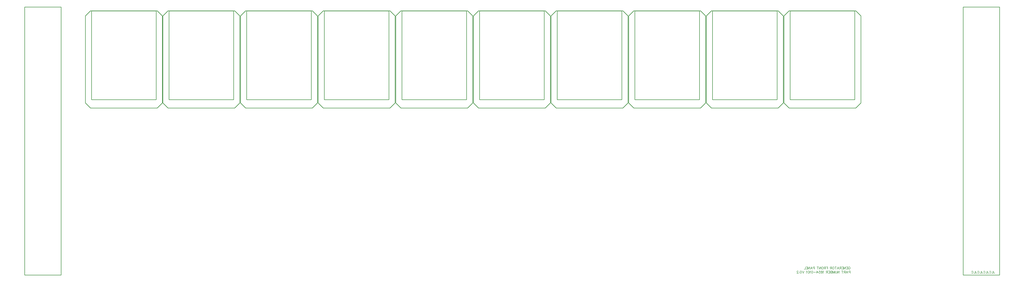
<source format=gbo>
G04 Layer: BottomSilkscreenLayer*
G04 EasyEDA v6.5.34, 2023-08-21 18:11:39*
G04 7820172c1e5c4a8f996b360b20b43df3,5a6b42c53f6a479593ecc07194224c93,10*
G04 Gerber Generator version 0.2*
G04 Scale: 100 percent, Rotated: No, Reflected: No *
G04 Dimensions in millimeters *
G04 leading zeros omitted , absolute positions ,4 integer and 5 decimal *
%FSLAX45Y45*%
%MOMM*%

%ADD10C,0.2032*%
%ADD11C,0.1520*%
%ADD12C,0.2540*%

%LPD*%
D10*
X40872308Y197289D02*
G01*
X40872308Y82745D01*
X40872308Y197289D02*
G01*
X40823217Y197289D01*
X40806855Y191836D01*
X40801399Y186382D01*
X40795945Y175473D01*
X40795945Y159108D01*
X40801399Y148199D01*
X40806855Y142745D01*
X40823217Y137289D01*
X40872308Y137289D01*
X40716308Y197289D02*
G01*
X40759943Y82745D01*
X40716308Y197289D02*
G01*
X40672672Y82745D01*
X40743581Y120926D02*
G01*
X40689037Y120926D01*
X40636672Y197289D02*
G01*
X40636672Y82745D01*
X40636672Y197289D02*
G01*
X40587582Y197289D01*
X40571219Y191836D01*
X40565763Y186382D01*
X40560309Y175473D01*
X40560309Y164564D01*
X40565763Y153654D01*
X40571219Y148199D01*
X40587582Y142745D01*
X40636672Y142745D01*
X40598491Y142745D02*
G01*
X40560309Y82745D01*
X40486126Y197289D02*
G01*
X40486126Y82745D01*
X40524309Y197289D02*
G01*
X40447945Y197289D01*
X40327945Y197289D02*
G01*
X40327945Y82745D01*
X40327945Y197289D02*
G01*
X40251583Y82745D01*
X40251583Y197289D02*
G01*
X40251583Y82745D01*
X40215581Y197289D02*
G01*
X40215581Y115473D01*
X40210127Y99108D01*
X40199218Y88199D01*
X40182855Y82745D01*
X40171946Y82745D01*
X40155581Y88199D01*
X40144674Y99108D01*
X40139218Y115473D01*
X40139218Y197289D01*
X40103219Y197289D02*
G01*
X40103219Y82745D01*
X40103219Y197289D02*
G01*
X40059582Y82745D01*
X40015947Y197289D02*
G01*
X40059582Y82745D01*
X40015947Y197289D02*
G01*
X40015947Y82745D01*
X39979945Y197289D02*
G01*
X39979945Y82745D01*
X39979945Y197289D02*
G01*
X39930854Y197289D01*
X39914492Y191836D01*
X39909038Y186382D01*
X39903582Y175473D01*
X39903582Y164564D01*
X39909038Y153654D01*
X39914492Y148199D01*
X39930854Y142745D01*
X39979945Y142745D02*
G01*
X39930854Y142745D01*
X39914492Y137289D01*
X39909038Y131836D01*
X39903582Y120926D01*
X39903582Y104564D01*
X39909038Y93654D01*
X39914492Y88199D01*
X39930854Y82745D01*
X39979945Y82745D01*
X39867583Y197289D02*
G01*
X39867583Y82745D01*
X39867583Y197289D02*
G01*
X39796674Y197289D01*
X39867583Y142745D02*
G01*
X39823946Y142745D01*
X39867583Y82745D02*
G01*
X39796674Y82745D01*
X39760674Y197289D02*
G01*
X39760674Y82745D01*
X39760674Y197289D02*
G01*
X39711584Y197289D01*
X39695219Y191836D01*
X39689765Y186382D01*
X39684309Y175473D01*
X39684309Y164564D01*
X39689765Y153654D01*
X39695219Y148199D01*
X39711584Y142745D01*
X39760674Y142745D01*
X39722493Y142745D02*
G01*
X39684309Y82745D01*
X39564309Y175473D02*
G01*
X39553400Y180926D01*
X39537038Y197289D01*
X39537038Y82745D01*
X39473766Y197289D02*
G01*
X39490129Y191836D01*
X39495582Y180926D01*
X39495582Y170017D01*
X39490129Y159108D01*
X39479220Y153654D01*
X39457401Y148199D01*
X39441038Y142745D01*
X39430129Y131836D01*
X39424676Y120926D01*
X39424676Y104564D01*
X39430129Y93654D01*
X39435582Y88199D01*
X39451948Y82745D01*
X39473766Y82745D01*
X39490129Y88199D01*
X39495582Y93654D01*
X39501038Y104564D01*
X39501038Y120926D01*
X39495582Y131836D01*
X39484675Y142745D01*
X39468310Y148199D01*
X39446492Y153654D01*
X39435582Y159108D01*
X39430129Y170017D01*
X39430129Y180926D01*
X39435582Y191836D01*
X39451948Y197289D01*
X39473766Y197289D01*
X39323220Y197289D02*
G01*
X39377764Y197289D01*
X39383220Y148199D01*
X39377764Y153654D01*
X39361402Y159108D01*
X39345039Y159108D01*
X39328674Y153654D01*
X39317764Y142745D01*
X39312311Y126382D01*
X39312311Y115473D01*
X39317764Y99108D01*
X39328674Y88199D01*
X39345039Y82745D01*
X39361402Y82745D01*
X39377764Y88199D01*
X39383220Y93654D01*
X39388674Y104564D01*
X39221765Y197289D02*
G01*
X39276312Y120926D01*
X39194493Y120926D01*
X39221765Y197289D02*
G01*
X39221765Y82745D01*
X39158494Y131836D02*
G01*
X39060313Y131836D01*
X38991585Y197289D02*
G01*
X39007948Y191836D01*
X39018857Y175473D01*
X39024311Y148199D01*
X39024311Y131836D01*
X39018857Y104564D01*
X39007948Y88199D01*
X38991585Y82745D01*
X38980676Y82745D01*
X38964311Y88199D01*
X38953401Y104564D01*
X38947948Y131836D01*
X38947948Y148199D01*
X38953401Y175473D01*
X38964311Y191836D01*
X38980676Y197289D01*
X38991585Y197289D01*
X38911949Y175473D02*
G01*
X38901039Y180926D01*
X38884677Y197289D01*
X38884677Y82745D01*
X38815949Y197289D02*
G01*
X38832312Y191836D01*
X38843221Y175473D01*
X38848675Y148199D01*
X38848675Y131836D01*
X38843221Y104564D01*
X38832312Y88199D01*
X38815949Y82745D01*
X38805040Y82745D01*
X38788675Y88199D01*
X38777765Y104564D01*
X38772312Y131836D01*
X38772312Y148199D01*
X38777765Y175473D01*
X38788675Y191836D01*
X38805040Y197289D01*
X38815949Y197289D01*
X38736313Y175473D02*
G01*
X38725403Y180926D01*
X38709041Y197289D01*
X38709041Y82745D01*
X38589041Y197289D02*
G01*
X38545404Y82745D01*
X38501767Y197289D02*
G01*
X38545404Y82745D01*
X38433039Y197289D02*
G01*
X38449404Y191836D01*
X38460314Y175473D01*
X38465767Y148199D01*
X38465767Y131836D01*
X38460314Y104564D01*
X38449404Y88199D01*
X38433039Y82745D01*
X38422130Y82745D01*
X38405767Y88199D01*
X38394858Y104564D01*
X38389405Y131836D01*
X38389405Y148199D01*
X38394858Y175473D01*
X38405767Y191836D01*
X38422130Y197289D01*
X38433039Y197289D01*
X38347949Y110017D02*
G01*
X38353403Y104564D01*
X38347949Y99108D01*
X38342496Y104564D01*
X38347949Y110017D01*
X38301041Y170017D02*
G01*
X38301041Y175473D01*
X38295585Y186382D01*
X38290131Y191836D01*
X38279222Y197289D01*
X38257403Y197289D01*
X38246494Y191836D01*
X38241041Y186382D01*
X38235585Y175473D01*
X38235585Y164564D01*
X38241041Y153654D01*
X38251950Y137289D01*
X38306494Y82745D01*
X38230131Y82745D01*
X40790489Y373217D02*
G01*
X40795945Y384126D01*
X40806855Y395036D01*
X40817761Y400489D01*
X40839580Y400489D01*
X40850489Y395036D01*
X40861399Y384126D01*
X40866855Y373217D01*
X40872308Y356854D01*
X40872308Y329582D01*
X40866855Y313217D01*
X40861399Y302308D01*
X40850489Y291399D01*
X40839580Y285945D01*
X40817761Y285945D01*
X40806855Y291399D01*
X40795945Y302308D01*
X40790489Y313217D01*
X40790489Y329582D01*
X40817761Y329582D02*
G01*
X40790489Y329582D01*
X40754490Y400489D02*
G01*
X40754490Y285945D01*
X40754490Y400489D02*
G01*
X40683581Y400489D01*
X40754490Y345945D02*
G01*
X40710853Y345945D01*
X40754490Y285945D02*
G01*
X40683581Y285945D01*
X40647581Y400489D02*
G01*
X40647581Y285945D01*
X40647581Y400489D02*
G01*
X40571219Y285945D01*
X40571219Y400489D02*
G01*
X40571219Y285945D01*
X40535217Y400489D02*
G01*
X40535217Y285945D01*
X40535217Y400489D02*
G01*
X40464309Y400489D01*
X40535217Y345945D02*
G01*
X40491582Y345945D01*
X40535217Y285945D02*
G01*
X40464309Y285945D01*
X40428308Y400489D02*
G01*
X40428308Y285945D01*
X40428308Y400489D02*
G01*
X40379218Y400489D01*
X40362855Y395036D01*
X40357399Y389582D01*
X40351946Y378673D01*
X40351946Y367764D01*
X40357399Y356854D01*
X40362855Y351399D01*
X40379218Y345945D01*
X40428308Y345945D01*
X40390127Y345945D02*
G01*
X40351946Y285945D01*
X40272309Y400489D02*
G01*
X40315946Y285945D01*
X40272309Y400489D02*
G01*
X40228672Y285945D01*
X40299581Y324126D02*
G01*
X40245037Y324126D01*
X40154491Y400489D02*
G01*
X40154491Y285945D01*
X40192672Y400489D02*
G01*
X40116310Y400489D01*
X40047583Y400489D02*
G01*
X40058492Y395036D01*
X40069401Y384126D01*
X40074855Y373217D01*
X40080311Y356854D01*
X40080311Y329582D01*
X40074855Y313217D01*
X40069401Y302308D01*
X40058492Y291399D01*
X40047583Y285945D01*
X40025764Y285945D01*
X40014855Y291399D01*
X40003945Y302308D01*
X39998492Y313217D01*
X39993036Y329582D01*
X39993036Y356854D01*
X39998492Y373217D01*
X40003945Y384126D01*
X40014855Y395036D01*
X40025764Y400489D01*
X40047583Y400489D01*
X39957037Y400489D02*
G01*
X39957037Y285945D01*
X39957037Y400489D02*
G01*
X39907946Y400489D01*
X39891583Y395036D01*
X39886127Y389582D01*
X39880674Y378673D01*
X39880674Y367764D01*
X39886127Y356854D01*
X39891583Y351399D01*
X39907946Y345945D01*
X39957037Y345945D01*
X39918855Y345945D02*
G01*
X39880674Y285945D01*
X39760674Y400489D02*
G01*
X39760674Y285945D01*
X39760674Y400489D02*
G01*
X39689765Y400489D01*
X39760674Y345945D02*
G01*
X39717037Y345945D01*
X39653766Y400489D02*
G01*
X39653766Y285945D01*
X39653766Y400489D02*
G01*
X39604675Y400489D01*
X39588310Y395036D01*
X39582857Y389582D01*
X39577401Y378673D01*
X39577401Y367764D01*
X39582857Y356854D01*
X39588310Y351399D01*
X39604675Y345945D01*
X39653766Y345945D01*
X39615582Y345945D02*
G01*
X39577401Y285945D01*
X39508673Y400489D02*
G01*
X39519583Y395036D01*
X39530492Y384126D01*
X39535948Y373217D01*
X39541401Y356854D01*
X39541401Y329582D01*
X39535948Y313217D01*
X39530492Y302308D01*
X39519583Y291399D01*
X39508673Y285945D01*
X39486857Y285945D01*
X39475948Y291399D01*
X39465039Y302308D01*
X39459583Y313217D01*
X39454129Y329582D01*
X39454129Y356854D01*
X39459583Y373217D01*
X39465039Y384126D01*
X39475948Y395036D01*
X39486857Y400489D01*
X39508673Y400489D01*
X39418130Y400489D02*
G01*
X39418130Y285945D01*
X39418130Y400489D02*
G01*
X39341765Y285945D01*
X39341765Y400489D02*
G01*
X39341765Y285945D01*
X39267584Y400489D02*
G01*
X39267584Y285945D01*
X39305765Y400489D02*
G01*
X39229403Y400489D01*
X39109403Y400489D02*
G01*
X39109403Y285945D01*
X39109403Y400489D02*
G01*
X39060313Y400489D01*
X39043947Y395036D01*
X39038494Y389582D01*
X39033038Y378673D01*
X39033038Y362308D01*
X39038494Y351399D01*
X39043947Y345945D01*
X39060313Y340489D01*
X39109403Y340489D01*
X38953401Y400489D02*
G01*
X38997039Y285945D01*
X38953401Y400489D02*
G01*
X38909767Y285945D01*
X38980676Y324126D02*
G01*
X38926129Y324126D01*
X38873767Y400489D02*
G01*
X38873767Y285945D01*
X38873767Y400489D02*
G01*
X38797402Y285945D01*
X38797402Y400489D02*
G01*
X38797402Y285945D01*
X38761403Y400489D02*
G01*
X38761403Y285945D01*
X38761403Y400489D02*
G01*
X38690494Y400489D01*
X38761403Y345945D02*
G01*
X38717766Y345945D01*
X38761403Y285945D02*
G01*
X38690494Y285945D01*
X38654494Y400489D02*
G01*
X38654494Y285945D01*
X38654494Y285945D02*
G01*
X38589041Y285945D01*
D11*
X47974143Y191551D02*
G01*
X47974143Y108424D01*
X47979340Y92837D01*
X47984534Y87642D01*
X47994925Y82448D01*
X48005316Y82448D01*
X48015707Y87642D01*
X48020904Y92837D01*
X48026099Y108424D01*
X48026099Y118816D01*
X47939853Y191551D02*
G01*
X47939853Y82448D01*
X47939853Y82448D02*
G01*
X47877509Y82448D01*
X47765286Y165574D02*
G01*
X47770483Y175966D01*
X47780874Y186357D01*
X47791263Y191551D01*
X47812045Y191551D01*
X47822436Y186357D01*
X47832827Y175966D01*
X47838024Y165574D01*
X47843219Y149987D01*
X47843219Y124010D01*
X47838024Y108424D01*
X47832827Y98033D01*
X47822436Y87642D01*
X47812045Y82448D01*
X47791263Y82448D01*
X47780874Y87642D01*
X47770483Y98033D01*
X47765286Y108424D01*
X47679043Y191551D02*
G01*
X47679043Y108424D01*
X47684237Y92837D01*
X47689434Y87642D01*
X47699823Y82448D01*
X47710214Y82448D01*
X47720605Y87642D01*
X47725802Y92837D01*
X47730996Y108424D01*
X47730996Y118816D01*
X47644753Y191551D02*
G01*
X47644753Y82448D01*
X47644753Y82448D02*
G01*
X47582406Y82448D01*
X47470184Y165574D02*
G01*
X47475381Y175966D01*
X47485772Y186357D01*
X47496163Y191551D01*
X47516943Y191551D01*
X47527334Y186357D01*
X47537725Y175966D01*
X47542922Y165574D01*
X47548116Y149987D01*
X47548116Y124010D01*
X47542922Y108424D01*
X47537725Y98033D01*
X47527334Y87642D01*
X47516943Y82448D01*
X47496163Y82448D01*
X47485772Y87642D01*
X47475381Y98033D01*
X47470184Y108424D01*
X47383941Y191551D02*
G01*
X47383941Y108424D01*
X47389135Y92837D01*
X47394332Y87642D01*
X47404723Y82448D01*
X47415114Y82448D01*
X47425503Y87642D01*
X47430700Y92837D01*
X47435894Y108424D01*
X47435894Y118816D01*
X47349651Y191551D02*
G01*
X47349651Y82448D01*
X47349651Y82448D02*
G01*
X47287304Y82448D01*
X47175084Y165574D02*
G01*
X47180279Y175966D01*
X47190670Y186357D01*
X47201061Y191551D01*
X47221843Y191551D01*
X47232234Y186357D01*
X47242623Y175966D01*
X47247820Y165574D01*
X47253014Y149987D01*
X47253014Y124010D01*
X47247820Y108424D01*
X47242623Y98033D01*
X47232234Y87642D01*
X47221843Y82448D01*
X47201061Y82448D01*
X47190670Y87642D01*
X47180279Y98033D01*
X47175084Y108424D01*
X47088839Y191551D02*
G01*
X47088839Y108424D01*
X47094033Y92837D01*
X47099230Y87642D01*
X47109621Y82448D01*
X47120012Y82448D01*
X47130403Y87642D01*
X47135597Y92837D01*
X47140794Y108424D01*
X47140794Y118816D01*
X47054549Y191551D02*
G01*
X47054549Y82448D01*
X47054549Y82448D02*
G01*
X46992204Y82448D01*
X46879982Y165574D02*
G01*
X46885176Y175966D01*
X46895567Y186357D01*
X46905959Y191551D01*
X46926741Y191551D01*
X46937132Y186357D01*
X46947523Y175966D01*
X46952717Y165574D01*
X46957914Y149987D01*
X46957914Y124010D01*
X46952717Y108424D01*
X46947523Y98033D01*
X46937132Y87642D01*
X46926741Y82448D01*
X46905959Y82448D01*
X46895567Y87642D01*
X46885176Y98033D01*
X46879982Y108424D01*
D12*
X3255192Y13115317D02*
G01*
X6557192Y13115317D01*
X6811192Y12861317D01*
X6811192Y8543317D01*
X6557192Y8289317D01*
X3255192Y8289317D01*
X3001192Y8543317D01*
X3001192Y12861317D01*
X3255192Y13115317D01*
X7098390Y13115317D02*
G01*
X10400390Y13115317D01*
X10654390Y12861317D01*
X10654390Y8543317D01*
X10400390Y8289317D01*
X7098390Y8289317D01*
X6844390Y8543317D01*
X6844390Y12861317D01*
X7098390Y13115317D01*
X37844001Y13115317D02*
G01*
X41146001Y13115317D01*
X41400001Y12861317D01*
X41400001Y8543317D01*
X41146001Y8289317D01*
X37844001Y8289317D01*
X37590001Y8543317D01*
X37590001Y12861317D01*
X37844001Y13115317D01*
X34000798Y13115317D02*
G01*
X37302798Y13115317D01*
X37556798Y12861317D01*
X37556798Y8543317D01*
X37302798Y8289317D01*
X34000798Y8289317D01*
X33746798Y8543317D01*
X33746798Y12861317D01*
X34000798Y13115317D01*
X30157597Y13115317D02*
G01*
X33459597Y13115317D01*
X33713597Y12861317D01*
X33713597Y8543317D01*
X33459597Y8289317D01*
X30157597Y8289317D01*
X29903597Y8543317D01*
X29903597Y12861317D01*
X30157597Y13115317D01*
X26314397Y13115317D02*
G01*
X29616397Y13115317D01*
X29870397Y12861317D01*
X29870397Y8543317D01*
X29616397Y8289317D01*
X26314397Y8289317D01*
X26060397Y8543317D01*
X26060397Y12861317D01*
X26314397Y13115317D01*
X22471194Y13115317D02*
G01*
X25773194Y13115317D01*
X26027194Y12861317D01*
X26027194Y8543317D01*
X25773194Y8289317D01*
X22471194Y8289317D01*
X22217194Y8543317D01*
X22217194Y12861317D01*
X22471194Y13115317D01*
X18627994Y13115317D02*
G01*
X21929994Y13115317D01*
X22183994Y12861317D01*
X22183994Y8543317D01*
X21929994Y8289317D01*
X18627994Y8289317D01*
X18373994Y8543317D01*
X18373994Y12861317D01*
X18627994Y13115317D01*
X14784793Y13115317D02*
G01*
X18086793Y13115317D01*
X18340793Y12861317D01*
X18340793Y8543317D01*
X18086793Y8289317D01*
X14784793Y8289317D01*
X14530793Y8543317D01*
X14530793Y12861317D01*
X14784793Y13115317D01*
X10941591Y13115317D02*
G01*
X14243591Y13115317D01*
X14497591Y12861317D01*
X14497591Y8543317D01*
X14243591Y8289317D01*
X10941591Y8289317D01*
X10687591Y8543317D01*
X10687591Y12861317D01*
X10941591Y13115317D01*
X0Y13299973D02*
G01*
X1799996Y13299973D01*
X1799996Y0D01*
X0Y0D01*
X0Y13299973D01*
X46463991Y13296900D02*
G01*
X48263987Y13296900D01*
X48263987Y-3073D01*
X46463991Y-3073D01*
X46463991Y13296900D01*
X7149211Y13102615D02*
G01*
X10349204Y13102615D01*
X10349204Y8702624D01*
X7149211Y8702624D01*
X7149211Y13102615D01*
X37894818Y13102615D02*
G01*
X41094812Y13102615D01*
X41094812Y8702624D01*
X37894818Y8702624D01*
X37894818Y13102615D01*
X34051621Y13102615D02*
G01*
X37251614Y13102615D01*
X37251614Y8702624D01*
X34051621Y8702624D01*
X34051621Y13102615D01*
X30208423Y13102615D02*
G01*
X33408416Y13102615D01*
X33408416Y8702624D01*
X30208423Y8702624D01*
X30208423Y13102615D01*
X26365225Y13102615D02*
G01*
X29565219Y13102615D01*
X29565219Y8702624D01*
X26365225Y8702624D01*
X26365225Y13102615D01*
X22522002Y13102615D02*
G01*
X25721995Y13102615D01*
X25721995Y8702624D01*
X22522002Y8702624D01*
X22522002Y13102615D01*
X18678804Y13102615D02*
G01*
X21878798Y13102615D01*
X21878798Y8702624D01*
X18678804Y8702624D01*
X18678804Y13102615D01*
X14835606Y13102615D02*
G01*
X18035600Y13102615D01*
X18035600Y8702624D01*
X14835606Y8702624D01*
X14835606Y13102615D01*
X10992408Y13102615D02*
G01*
X14192402Y13102615D01*
X14192402Y8702624D01*
X10992408Y8702624D01*
X10992408Y13102615D01*
X3306013Y13102615D02*
G01*
X6506006Y13102615D01*
X6506006Y8702624D01*
X3306013Y8702624D01*
X3306013Y13102615D01*
M02*

</source>
